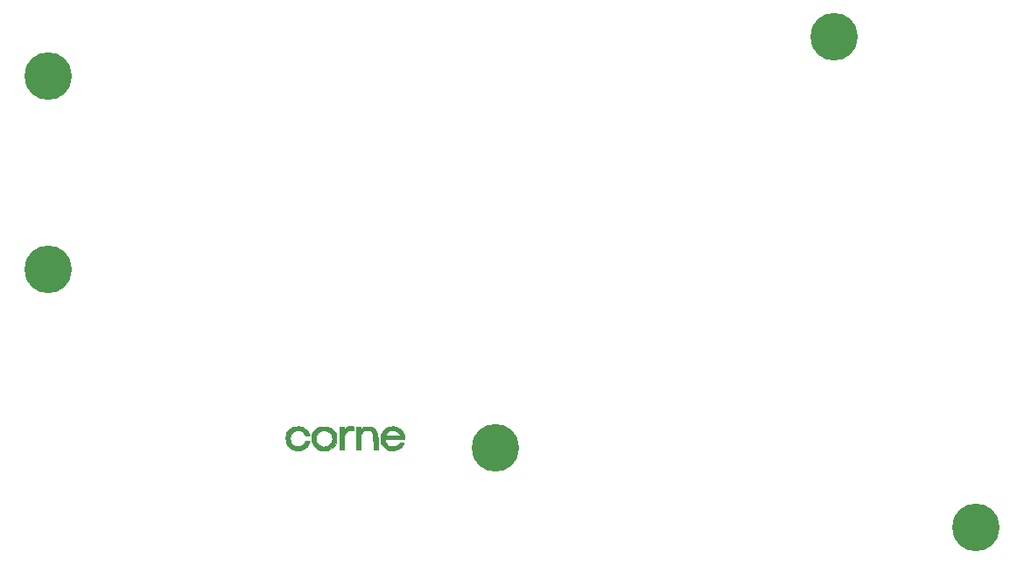
<source format=gbr>
G04 #@! TF.GenerationSoftware,KiCad,Pcbnew,5.1.5+dfsg1-2~bpo10+1*
G04 #@! TF.CreationDate,2020-11-03T09:19:00+00:00*
G04 #@! TF.ProjectId,corne-top-plate,636f726e-652d-4746-9f70-2d706c617465,2.1*
G04 #@! TF.SameCoordinates,Original*
G04 #@! TF.FileFunction,Soldermask,Top*
G04 #@! TF.FilePolarity,Negative*
%FSLAX46Y46*%
G04 Gerber Fmt 4.6, Leading zero omitted, Abs format (unit mm)*
G04 Created by KiCad (PCBNEW 5.1.5+dfsg1-2~bpo10+1) date 2020-11-03 09:19:00*
%MOMM*%
%LPD*%
G04 APERTURE LIST*
%ADD10C,0.010000*%
%ADD11C,4.600000*%
G04 APERTURE END LIST*
D10*
G36*
X110536991Y-120693791D02*
G01*
X110631075Y-120697451D01*
X110701490Y-120706455D01*
X110761801Y-120723181D01*
X110825570Y-120750005D01*
X110879751Y-120776171D01*
X111050798Y-120884513D01*
X111184048Y-121023673D01*
X111281379Y-121196378D01*
X111344668Y-121405354D01*
X111356075Y-121467800D01*
X111363364Y-121538770D01*
X111369903Y-121651525D01*
X111375403Y-121797049D01*
X111379574Y-121966330D01*
X111382127Y-122150353D01*
X111382808Y-122299650D01*
X111383000Y-122966400D01*
X110951200Y-122966400D01*
X110951200Y-122247110D01*
X110950593Y-122018457D01*
X110948600Y-121834758D01*
X110944963Y-121690177D01*
X110939422Y-121578882D01*
X110931719Y-121495037D01*
X110921595Y-121432809D01*
X110913697Y-121401534D01*
X110848937Y-121263307D01*
X110748030Y-121160106D01*
X110612603Y-121092984D01*
X110444280Y-121062999D01*
X110389812Y-121061400D01*
X110227341Y-121071817D01*
X110097362Y-121106694D01*
X109985264Y-121171472D01*
X109905360Y-121241726D01*
X109851173Y-121298731D01*
X109807791Y-121354501D01*
X109774023Y-121415365D01*
X109748679Y-121487652D01*
X109730567Y-121577689D01*
X109718496Y-121691805D01*
X109711277Y-121836327D01*
X109707717Y-122017585D01*
X109706626Y-122241907D01*
X109706600Y-122297910D01*
X109706600Y-122966400D01*
X109274800Y-122966400D01*
X109274800Y-120705800D01*
X109706600Y-120705800D01*
X109706600Y-120963707D01*
X109788864Y-120881442D01*
X109875252Y-120805836D01*
X109965955Y-120752569D01*
X110071978Y-120718282D01*
X110204324Y-120699616D01*
X110373995Y-120693211D01*
X110405674Y-120693100D01*
X110536991Y-120693791D01*
G37*
X110536991Y-120693791D02*
X110631075Y-120697451D01*
X110701490Y-120706455D01*
X110761801Y-120723181D01*
X110825570Y-120750005D01*
X110879751Y-120776171D01*
X111050798Y-120884513D01*
X111184048Y-121023673D01*
X111281379Y-121196378D01*
X111344668Y-121405354D01*
X111356075Y-121467800D01*
X111363364Y-121538770D01*
X111369903Y-121651525D01*
X111375403Y-121797049D01*
X111379574Y-121966330D01*
X111382127Y-122150353D01*
X111382808Y-122299650D01*
X111383000Y-122966400D01*
X110951200Y-122966400D01*
X110951200Y-122247110D01*
X110950593Y-122018457D01*
X110948600Y-121834758D01*
X110944963Y-121690177D01*
X110939422Y-121578882D01*
X110931719Y-121495037D01*
X110921595Y-121432809D01*
X110913697Y-121401534D01*
X110848937Y-121263307D01*
X110748030Y-121160106D01*
X110612603Y-121092984D01*
X110444280Y-121062999D01*
X110389812Y-121061400D01*
X110227341Y-121071817D01*
X110097362Y-121106694D01*
X109985264Y-121171472D01*
X109905360Y-121241726D01*
X109851173Y-121298731D01*
X109807791Y-121354501D01*
X109774023Y-121415365D01*
X109748679Y-121487652D01*
X109730567Y-121577689D01*
X109718496Y-121691805D01*
X109711277Y-121836327D01*
X109707717Y-122017585D01*
X109706626Y-122241907D01*
X109706600Y-122297910D01*
X109706600Y-122966400D01*
X109274800Y-122966400D01*
X109274800Y-120705800D01*
X109706600Y-120705800D01*
X109706600Y-120963707D01*
X109788864Y-120881442D01*
X109875252Y-120805836D01*
X109965955Y-120752569D01*
X110071978Y-120718282D01*
X110204324Y-120699616D01*
X110373995Y-120693211D01*
X110405674Y-120693100D01*
X110536991Y-120693791D01*
G36*
X108874737Y-120670436D02*
G01*
X109020800Y-120686961D01*
X109020800Y-121057729D01*
X108887450Y-121044068D01*
X108703351Y-121049139D01*
X108533952Y-121100922D01*
X108385381Y-121196056D01*
X108263766Y-121331179D01*
X108214889Y-121412869D01*
X108131800Y-121573838D01*
X108131800Y-122966400D01*
X107700000Y-122966400D01*
X107700000Y-120703745D01*
X107909550Y-120711122D01*
X108119100Y-120718500D01*
X108144500Y-120940358D01*
X108195269Y-120883946D01*
X108313446Y-120787357D01*
X108465298Y-120716267D01*
X108638542Y-120674536D01*
X108820890Y-120666025D01*
X108874737Y-120670436D01*
G37*
X108874737Y-120670436D02*
X109020800Y-120686961D01*
X109020800Y-121057729D01*
X108887450Y-121044068D01*
X108703351Y-121049139D01*
X108533952Y-121100922D01*
X108385381Y-121196056D01*
X108263766Y-121331179D01*
X108214889Y-121412869D01*
X108131800Y-121573838D01*
X108131800Y-122966400D01*
X107700000Y-122966400D01*
X107700000Y-120703745D01*
X107909550Y-120711122D01*
X108119100Y-120718500D01*
X108144500Y-120940358D01*
X108195269Y-120883946D01*
X108313446Y-120787357D01*
X108465298Y-120716267D01*
X108638542Y-120674536D01*
X108820890Y-120666025D01*
X108874737Y-120670436D01*
G36*
X113069030Y-120703406D02*
G01*
X113291394Y-120769705D01*
X113489633Y-120875213D01*
X113659579Y-121015847D01*
X113797059Y-121187524D01*
X113897904Y-121386162D01*
X113957943Y-121607678D01*
X113973800Y-121803336D01*
X113973800Y-121950400D01*
X112068800Y-121950400D01*
X112068800Y-122023498D01*
X112091717Y-122146649D01*
X112155155Y-122274172D01*
X112251143Y-122395298D01*
X112371711Y-122499256D01*
X112460888Y-122553239D01*
X112596742Y-122604647D01*
X112757404Y-122629683D01*
X112770372Y-122630596D01*
X112952629Y-122628127D01*
X113106303Y-122591329D01*
X113243995Y-122515614D01*
X113358693Y-122416419D01*
X113494513Y-122280600D01*
X113697768Y-122280600D01*
X113798311Y-122281246D01*
X113857533Y-122285122D01*
X113884910Y-122295133D01*
X113889919Y-122314182D01*
X113884230Y-122337750D01*
X113845917Y-122423398D01*
X113780999Y-122526086D01*
X113701274Y-122629606D01*
X113618544Y-122717746D01*
X113588357Y-122744173D01*
X113389490Y-122873773D01*
X113166802Y-122963237D01*
X112930096Y-123010509D01*
X112689173Y-123013535D01*
X112477857Y-122977004D01*
X112256745Y-122892879D01*
X112061925Y-122769023D01*
X111898325Y-122610554D01*
X111770874Y-122422590D01*
X111684501Y-122210249D01*
X111665344Y-122133299D01*
X111634808Y-121883242D01*
X111648541Y-121643661D01*
X111660722Y-121594800D01*
X112070057Y-121594800D01*
X112793328Y-121594800D01*
X113005914Y-121594528D01*
X113172999Y-121593521D01*
X113299879Y-121591494D01*
X113391851Y-121588158D01*
X113454212Y-121583229D01*
X113492259Y-121576420D01*
X113511288Y-121567444D01*
X113516597Y-121556014D01*
X113516600Y-121555688D01*
X113496223Y-121473758D01*
X113441525Y-121378173D01*
X113362152Y-121280722D01*
X113267748Y-121193195D01*
X113167961Y-121127383D01*
X113164903Y-121125826D01*
X113025847Y-121078277D01*
X112861733Y-121057014D01*
X112690928Y-121061960D01*
X112531798Y-121093039D01*
X112440060Y-121128844D01*
X112293526Y-121230486D01*
X112174649Y-121371797D01*
X112094265Y-121531127D01*
X112070057Y-121594800D01*
X111660722Y-121594800D01*
X111704367Y-121419735D01*
X111800106Y-121216643D01*
X111933579Y-121039563D01*
X112102608Y-120893672D01*
X112215499Y-120825689D01*
X112410103Y-120741746D01*
X112607426Y-120694901D01*
X112826713Y-120680400D01*
X113069030Y-120703406D01*
G37*
X113069030Y-120703406D02*
X113291394Y-120769705D01*
X113489633Y-120875213D01*
X113659579Y-121015847D01*
X113797059Y-121187524D01*
X113897904Y-121386162D01*
X113957943Y-121607678D01*
X113973800Y-121803336D01*
X113973800Y-121950400D01*
X112068800Y-121950400D01*
X112068800Y-122023498D01*
X112091717Y-122146649D01*
X112155155Y-122274172D01*
X112251143Y-122395298D01*
X112371711Y-122499256D01*
X112460888Y-122553239D01*
X112596742Y-122604647D01*
X112757404Y-122629683D01*
X112770372Y-122630596D01*
X112952629Y-122628127D01*
X113106303Y-122591329D01*
X113243995Y-122515614D01*
X113358693Y-122416419D01*
X113494513Y-122280600D01*
X113697768Y-122280600D01*
X113798311Y-122281246D01*
X113857533Y-122285122D01*
X113884910Y-122295133D01*
X113889919Y-122314182D01*
X113884230Y-122337750D01*
X113845917Y-122423398D01*
X113780999Y-122526086D01*
X113701274Y-122629606D01*
X113618544Y-122717746D01*
X113588357Y-122744173D01*
X113389490Y-122873773D01*
X113166802Y-122963237D01*
X112930096Y-123010509D01*
X112689173Y-123013535D01*
X112477857Y-122977004D01*
X112256745Y-122892879D01*
X112061925Y-122769023D01*
X111898325Y-122610554D01*
X111770874Y-122422590D01*
X111684501Y-122210249D01*
X111665344Y-122133299D01*
X111634808Y-121883242D01*
X111648541Y-121643661D01*
X111660722Y-121594800D01*
X112070057Y-121594800D01*
X112793328Y-121594800D01*
X113005914Y-121594528D01*
X113172999Y-121593521D01*
X113299879Y-121591494D01*
X113391851Y-121588158D01*
X113454212Y-121583229D01*
X113492259Y-121576420D01*
X113511288Y-121567444D01*
X113516597Y-121556014D01*
X113516600Y-121555688D01*
X113496223Y-121473758D01*
X113441525Y-121378173D01*
X113362152Y-121280722D01*
X113267748Y-121193195D01*
X113167961Y-121127383D01*
X113164903Y-121125826D01*
X113025847Y-121078277D01*
X112861733Y-121057014D01*
X112690928Y-121061960D01*
X112531798Y-121093039D01*
X112440060Y-121128844D01*
X112293526Y-121230486D01*
X112174649Y-121371797D01*
X112094265Y-121531127D01*
X112070057Y-121594800D01*
X111660722Y-121594800D01*
X111704367Y-121419735D01*
X111800106Y-121216643D01*
X111933579Y-121039563D01*
X112102608Y-120893672D01*
X112215499Y-120825689D01*
X112410103Y-120741746D01*
X112607426Y-120694901D01*
X112826713Y-120680400D01*
X113069030Y-120703406D01*
G36*
X106277486Y-120686840D02*
G01*
X106530940Y-120722111D01*
X106759025Y-120798807D01*
X106958675Y-120914865D01*
X107126825Y-121068222D01*
X107260408Y-121256816D01*
X107324956Y-121391600D01*
X107356518Y-121505705D01*
X107376785Y-121653371D01*
X107385530Y-121818580D01*
X107382525Y-121985313D01*
X107367543Y-122137551D01*
X107340356Y-122259275D01*
X107337405Y-122267900D01*
X107241019Y-122465172D01*
X107101775Y-122641574D01*
X106925179Y-122791769D01*
X106716741Y-122910421D01*
X106641840Y-122941770D01*
X106509821Y-122978019D01*
X106346835Y-123001467D01*
X106171281Y-123011287D01*
X106001560Y-123006650D01*
X105856074Y-122986729D01*
X105823253Y-122978599D01*
X105609353Y-122896401D01*
X105414621Y-122778093D01*
X105247655Y-122630635D01*
X105117056Y-122460986D01*
X105066182Y-122365895D01*
X105027837Y-122263102D01*
X104993651Y-122138876D01*
X104973599Y-122035628D01*
X104966248Y-121894224D01*
X105390574Y-121894224D01*
X105404909Y-122041866D01*
X105425041Y-122123207D01*
X105478294Y-122235941D01*
X105558695Y-122351333D01*
X105652678Y-122452702D01*
X105746674Y-122523365D01*
X105753458Y-122527020D01*
X105950198Y-122603118D01*
X106155189Y-122633463D01*
X106358604Y-122617243D01*
X106471164Y-122586468D01*
X106648444Y-122499347D01*
X106792910Y-122375677D01*
X106900087Y-122219341D01*
X106904520Y-122210466D01*
X106957510Y-122054401D01*
X106979493Y-121877298D01*
X106970139Y-121698017D01*
X106929121Y-121535421D01*
X106916789Y-121505900D01*
X106819458Y-121346906D01*
X106691761Y-121222092D01*
X106541064Y-121131623D01*
X106374736Y-121075666D01*
X106200142Y-121054386D01*
X106024649Y-121067949D01*
X105855624Y-121116522D01*
X105700434Y-121200270D01*
X105566445Y-121319360D01*
X105461465Y-121473101D01*
X105419919Y-121590807D01*
X105395933Y-121737526D01*
X105390574Y-121894224D01*
X104966248Y-121894224D01*
X104960738Y-121788236D01*
X104993150Y-121553693D01*
X105068350Y-121337052D01*
X105183857Y-121143365D01*
X105337187Y-120977687D01*
X105525860Y-120845069D01*
X105569919Y-120821803D01*
X105744205Y-120747053D01*
X105915530Y-120702281D01*
X106101405Y-120684147D01*
X106277486Y-120686840D01*
G37*
X106277486Y-120686840D02*
X106530940Y-120722111D01*
X106759025Y-120798807D01*
X106958675Y-120914865D01*
X107126825Y-121068222D01*
X107260408Y-121256816D01*
X107324956Y-121391600D01*
X107356518Y-121505705D01*
X107376785Y-121653371D01*
X107385530Y-121818580D01*
X107382525Y-121985313D01*
X107367543Y-122137551D01*
X107340356Y-122259275D01*
X107337405Y-122267900D01*
X107241019Y-122465172D01*
X107101775Y-122641574D01*
X106925179Y-122791769D01*
X106716741Y-122910421D01*
X106641840Y-122941770D01*
X106509821Y-122978019D01*
X106346835Y-123001467D01*
X106171281Y-123011287D01*
X106001560Y-123006650D01*
X105856074Y-122986729D01*
X105823253Y-122978599D01*
X105609353Y-122896401D01*
X105414621Y-122778093D01*
X105247655Y-122630635D01*
X105117056Y-122460986D01*
X105066182Y-122365895D01*
X105027837Y-122263102D01*
X104993651Y-122138876D01*
X104973599Y-122035628D01*
X104966248Y-121894224D01*
X105390574Y-121894224D01*
X105404909Y-122041866D01*
X105425041Y-122123207D01*
X105478294Y-122235941D01*
X105558695Y-122351333D01*
X105652678Y-122452702D01*
X105746674Y-122523365D01*
X105753458Y-122527020D01*
X105950198Y-122603118D01*
X106155189Y-122633463D01*
X106358604Y-122617243D01*
X106471164Y-122586468D01*
X106648444Y-122499347D01*
X106792910Y-122375677D01*
X106900087Y-122219341D01*
X106904520Y-122210466D01*
X106957510Y-122054401D01*
X106979493Y-121877298D01*
X106970139Y-121698017D01*
X106929121Y-121535421D01*
X106916789Y-121505900D01*
X106819458Y-121346906D01*
X106691761Y-121222092D01*
X106541064Y-121131623D01*
X106374736Y-121075666D01*
X106200142Y-121054386D01*
X106024649Y-121067949D01*
X105855624Y-121116522D01*
X105700434Y-121200270D01*
X105566445Y-121319360D01*
X105461465Y-121473101D01*
X105419919Y-121590807D01*
X105395933Y-121737526D01*
X105390574Y-121894224D01*
X104966248Y-121894224D01*
X104960738Y-121788236D01*
X104993150Y-121553693D01*
X105068350Y-121337052D01*
X105183857Y-121143365D01*
X105337187Y-120977687D01*
X105525860Y-120845069D01*
X105569919Y-120821803D01*
X105744205Y-120747053D01*
X105915530Y-120702281D01*
X106101405Y-120684147D01*
X106277486Y-120686840D01*
G36*
X103894549Y-120700988D02*
G01*
X104009248Y-120727102D01*
X104230350Y-120817639D01*
X104421793Y-120944036D01*
X104578722Y-121101988D01*
X104696282Y-121287188D01*
X104730937Y-121367254D01*
X104764964Y-121460731D01*
X104776583Y-121519761D01*
X104759298Y-121552261D01*
X104706612Y-121566149D01*
X104612029Y-121569343D01*
X104565069Y-121569400D01*
X104351139Y-121569399D01*
X104320233Y-121475754D01*
X104253643Y-121349894D01*
X104147138Y-121238503D01*
X104010963Y-121148012D01*
X103855364Y-121084854D01*
X103690585Y-121055461D01*
X103648699Y-121054142D01*
X103466369Y-121076910D01*
X103296065Y-121141221D01*
X103146516Y-121241089D01*
X103026453Y-121370526D01*
X102944605Y-121523547D01*
X102938407Y-121541267D01*
X102904856Y-121699924D01*
X102899073Y-121875402D01*
X102919759Y-122049327D01*
X102965613Y-122203322D01*
X102988675Y-122251531D01*
X103094404Y-122402138D01*
X103229279Y-122514303D01*
X103376602Y-122585915D01*
X103555289Y-122628926D01*
X103734759Y-122628773D01*
X103906572Y-122588785D01*
X104062290Y-122512291D01*
X104193474Y-122402622D01*
X104291684Y-122263106D01*
X104313267Y-122216389D01*
X104359900Y-122102990D01*
X104569450Y-122102895D01*
X104672168Y-122103561D01*
X104734284Y-122107620D01*
X104765995Y-122117992D01*
X104777497Y-122137594D01*
X104779000Y-122162887D01*
X104763475Y-122237902D01*
X104721924Y-122337781D01*
X104661878Y-122449252D01*
X104590869Y-122559041D01*
X104516429Y-122653876D01*
X104477538Y-122694119D01*
X104297764Y-122829131D01*
X104088907Y-122929811D01*
X103862060Y-122992913D01*
X103628318Y-123015194D01*
X103432800Y-122999664D01*
X103239587Y-122948943D01*
X103051951Y-122865877D01*
X102882260Y-122757860D01*
X102742883Y-122632289D01*
X102675989Y-122547165D01*
X102594660Y-122412841D01*
X102538770Y-122287887D01*
X102504191Y-122157138D01*
X102486793Y-122005430D01*
X102482414Y-121836100D01*
X102483919Y-121695194D01*
X102489621Y-121591188D01*
X102501298Y-121510236D01*
X102520730Y-121438494D01*
X102540351Y-121385197D01*
X102645997Y-121185543D01*
X102792262Y-121009026D01*
X102971376Y-120863316D01*
X103175569Y-120756085D01*
X103178800Y-120754802D01*
X103334783Y-120710914D01*
X103518755Y-120686892D01*
X103711687Y-120683372D01*
X103894549Y-120700988D01*
G37*
X103894549Y-120700988D02*
X104009248Y-120727102D01*
X104230350Y-120817639D01*
X104421793Y-120944036D01*
X104578722Y-121101988D01*
X104696282Y-121287188D01*
X104730937Y-121367254D01*
X104764964Y-121460731D01*
X104776583Y-121519761D01*
X104759298Y-121552261D01*
X104706612Y-121566149D01*
X104612029Y-121569343D01*
X104565069Y-121569400D01*
X104351139Y-121569399D01*
X104320233Y-121475754D01*
X104253643Y-121349894D01*
X104147138Y-121238503D01*
X104010963Y-121148012D01*
X103855364Y-121084854D01*
X103690585Y-121055461D01*
X103648699Y-121054142D01*
X103466369Y-121076910D01*
X103296065Y-121141221D01*
X103146516Y-121241089D01*
X103026453Y-121370526D01*
X102944605Y-121523547D01*
X102938407Y-121541267D01*
X102904856Y-121699924D01*
X102899073Y-121875402D01*
X102919759Y-122049327D01*
X102965613Y-122203322D01*
X102988675Y-122251531D01*
X103094404Y-122402138D01*
X103229279Y-122514303D01*
X103376602Y-122585915D01*
X103555289Y-122628926D01*
X103734759Y-122628773D01*
X103906572Y-122588785D01*
X104062290Y-122512291D01*
X104193474Y-122402622D01*
X104291684Y-122263106D01*
X104313267Y-122216389D01*
X104359900Y-122102990D01*
X104569450Y-122102895D01*
X104672168Y-122103561D01*
X104734284Y-122107620D01*
X104765995Y-122117992D01*
X104777497Y-122137594D01*
X104779000Y-122162887D01*
X104763475Y-122237902D01*
X104721924Y-122337781D01*
X104661878Y-122449252D01*
X104590869Y-122559041D01*
X104516429Y-122653876D01*
X104477538Y-122694119D01*
X104297764Y-122829131D01*
X104088907Y-122929811D01*
X103862060Y-122992913D01*
X103628318Y-123015194D01*
X103432800Y-122999664D01*
X103239587Y-122948943D01*
X103051951Y-122865877D01*
X102882260Y-122757860D01*
X102742883Y-122632289D01*
X102675989Y-122547165D01*
X102594660Y-122412841D01*
X102538770Y-122287887D01*
X102504191Y-122157138D01*
X102486793Y-122005430D01*
X102482414Y-121836100D01*
X102483919Y-121695194D01*
X102489621Y-121591188D01*
X102501298Y-121510236D01*
X102520730Y-121438494D01*
X102540351Y-121385197D01*
X102645997Y-121185543D01*
X102792262Y-121009026D01*
X102971376Y-120863316D01*
X103175569Y-120756085D01*
X103178800Y-120754802D01*
X103334783Y-120710914D01*
X103518755Y-120686892D01*
X103711687Y-120683372D01*
X103894549Y-120700988D01*
D11*
X169250000Y-130500000D03*
X79500000Y-105500000D03*
X155500000Y-83000000D03*
X79500000Y-86750000D03*
X122750000Y-122750000D03*
M02*

</source>
